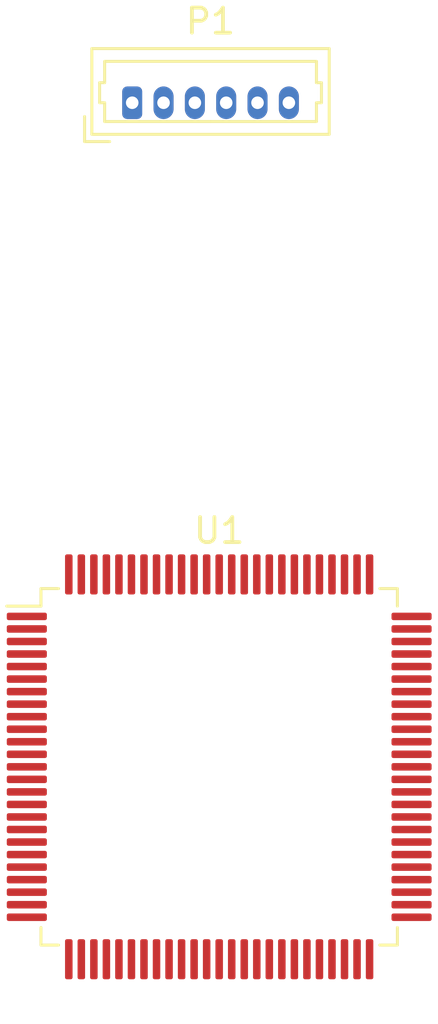
<source format=kicad_pcb>
(kicad_pcb (version 20211014) (generator pcbnew)
  (layers (0 "F.Cu" signal) (31 "B.Cu" signal) (34 "B.Paste" user) (35 "F.Paste" user) (36 "B.SilkS" user "B.Silkscreen") (37 "F.SilkS" user "F.Silkscreen") (38 "B.Mask" user) (39 "F.Mask" user) (44 "Edge.Cuts" user))
  (net 0 "")
  (net 1 "/NRST")
  (net 2 "/SWO")
  (net 3 "/SWDIO")
  (net 4 "/SWCLK")
  (net 5 "GND")
  (net 6 "VDD")
  (footprint "Connector_Molex:Molex_PicoBlade_53047-0610_1x06_P1.25mm_Vertical" (layer "F.Cu") (at 142.24 81.28)
    (fp_text reference "P1" (at 3.12 -3.25) (layer "F.SilkS"))
    (fp_text value "Conn_01x06")
    (fp_line (start 7.86 -2.16) (end -1.61 -2.16) (layer "F.SilkS") (width 0.12))
    (fp_line (start 7.35 0) (end 7.55 0) (layer "F.SilkS") (width 0.12))
    (fp_line (start 7.35 0.75) (end 7.35 0) (layer "F.SilkS") (width 0.12))
    (fp_line (start -1.9 1.55) (end -1.9 0.55) (layer "F.SilkS") (width 0.12))
    (fp_line (start -1.1 -1.65) (end 3.125 -1.65) (layer "F.SilkS") (width 0.12))
    (fp_line (start -1.61 1.26) (end 7.86 1.26) (layer "F.SilkS") (width 0.12))
    (fp_line (start 7.55 -0.8) (end 7.35 -0.8) (layer "F.SilkS") (width 0.12))
    (fp_line (start 7.35 -1.65) (end 3.125 -1.65) (layer "F.SilkS") (width 0.12))
    (fp_line (start 7.35 -0.8) (end 7.35 -1.65) (layer "F.SilkS") (width 0.12))
    (fp_line (start 3.125 0.75) (end -1.1 0.75) (layer "F.SilkS") (width 0.12))
    (fp_line (start -1.61 -2.16) (end -1.61 1.26) (layer "F.SilkS") (width 0.12))
    (fp_line (start 7.86 1.26) (end 7.86 -2.16) (layer "F.SilkS") (width 0.12))
    (fp_line (start -1.3 0) (end -1.3 -0.8) (layer "F.SilkS") (width 0.12))
    (fp_line (start -1.3 -0.8) (end -1.1 -0.8) (layer "F.SilkS") (width 0.12))
    (fp_line (start -1.1 -0.8) (end -1.1 -1.65) (layer "F.SilkS") (width 0.12))
    (fp_line (start -1.9 1.55) (end -0.9 1.55) (layer "F.SilkS") (width 0.12))
    (fp_line (start 7.55 0) (end 7.55 -0.8) (layer "F.SilkS") (width 0.12))
    (fp_line (start -1.1 0) (end -1.3 0) (layer "F.SilkS") (width 0.12))
    (fp_line (start -1.1 0.75) (end -1.1 0) (layer "F.SilkS") (width 0.12))
    (fp_line (start 3.125 0.75) (end 7.35 0.75) (layer "F.SilkS") (width 0.12))
    (pad "1" thru_hole roundrect (at 0 0) (size 0.8 1.3) (drill 0.5) (layers *.Cu *.Mask) (net 1 "/NRST"))
    (pad "2" thru_hole oval (at 1.25 0) (size 0.8 1.3) (drill 0.5) (layers *.Cu *.Mask) (net 2 "/SWO"))
    (pad "3" thru_hole oval (at 2.5 0) (size 0.8 1.3) (drill 0.5) (layers *.Cu *.Mask) (net 3 "/SWDIO"))
    (pad "4" thru_hole oval (at 3.75 0) (size 0.8 1.3) (drill 0.5) (layers *.Cu *.Mask) (net 4 "/SWCLK"))
    (pad "5" thru_hole oval (at 5 0) (size 0.8 1.3) (drill 0.5) (layers *.Cu *.Mask) (net 5 "GND"))
    (pad "6" thru_hole oval (at 6.25 0) (size 0.8 1.3) (drill 0.5) (layers *.Cu *.Mask) (net 6 "VDD"))
  )
  (footprint "Package_QFP:LQFP-100_14x14mm_P0.5mm" (layer "F.Cu") (at 145.71 107.77)
    (fp_text reference "U1" (at 0 -9.42) (layer "F.SilkS"))
    (fp_text value "STM32F756VGTx")
    (fp_line (start 6.41 -7.11) (end 7.11 -7.11) (layer "F.SilkS") (width 0.12))
    (fp_line (start -6.41 7.11) (end -7.11 7.11) (layer "F.SilkS") (width 0.12))
    (fp_line (start -7.11 -6.41) (end -8.475 -6.41) (layer "F.SilkS") (width 0.12))
    (fp_line (start -6.41 -7.11) (end -7.11 -7.11) (layer "F.SilkS") (width 0.12))
    (fp_line (start 7.11 -7.11) (end 7.11 -6.41) (layer "F.SilkS") (width 0.12))
    (fp_line (start -7.11 -7.11) (end -7.11 -6.41) (layer "F.SilkS") (width 0.12))
    (fp_line (start 7.11 7.11) (end 7.11 6.41) (layer "F.SilkS") (width 0.12))
    (fp_line (start 6.41 7.11) (end 7.11 7.11) (layer "F.SilkS") (width 0.12))
    (fp_line (start -7.11 7.11) (end -7.11 6.41) (layer "F.SilkS") (width 0.12))
    (pad "1" smd roundrect (at -7.675 -6) (size 1.6 0.3) (layers "F.Cu" "F.Paste" "F.Mask"))
    (pad "2" smd roundrect (at -7.675 -5.5) (size 1.6 0.3) (layers "F.Cu" "F.Paste" "F.Mask"))
    (pad "3" smd roundrect (at -7.675 -5) (size 1.6 0.3) (layers "F.Cu" "F.Paste" "F.Mask"))
    (pad "4" smd roundrect (at -7.675 -4.5) (size 1.6 0.3) (layers "F.Cu" "F.Paste" "F.Mask"))
    (pad "5" smd roundrect (at -7.675 -4) (size 1.6 0.3) (layers "F.Cu" "F.Paste" "F.Mask"))
    (pad "6" smd roundrect (at -7.675 -3.5) (size 1.6 0.3) (layers "F.Cu" "F.Paste" "F.Mask"))
    (pad "7" smd roundrect (at -7.675 -3) (size 1.6 0.3) (layers "F.Cu" "F.Paste" "F.Mask"))
    (pad "8" smd roundrect (at -7.675 -2.5) (size 1.6 0.3) (layers "F.Cu" "F.Paste" "F.Mask"))
    (pad "9" smd roundrect (at -7.675 -2) (size 1.6 0.3) (layers "F.Cu" "F.Paste" "F.Mask"))
    (pad "10" smd roundrect (at -7.675 -1.5) (size 1.6 0.3) (layers "F.Cu" "F.Paste" "F.Mask") (net 5 "GND"))
    (pad "11" smd roundrect (at -7.675 -1) (size 1.6 0.3) (layers "F.Cu" "F.Paste" "F.Mask") (net 6 "VDD"))
    (pad "12" smd roundrect (at -7.675 -0.5) (size 1.6 0.3) (layers "F.Cu" "F.Paste" "F.Mask"))
    (pad "13" smd roundrect (at -7.675 0) (size 1.6 0.3) (layers "F.Cu" "F.Paste" "F.Mask"))
    (pad "14" smd roundrect (at -7.675 0.5) (size 1.6 0.3) (layers "F.Cu" "F.Paste" "F.Mask") (net 1 "/NRST"))
    (pad "15" smd roundrect (at -7.675 1) (size 1.6 0.3) (layers "F.Cu" "F.Paste" "F.Mask"))
    (pad "16" smd roundrect (at -7.675 1.5) (size 1.6 0.3) (layers "F.Cu" "F.Paste" "F.Mask"))
    (pad "17" smd roundrect (at -7.675 2) (size 1.6 0.3) (layers "F.Cu" "F.Paste" "F.Mask"))
    (pad "18" smd roundrect (at -7.675 2.5) (size 1.6 0.3) (layers "F.Cu" "F.Paste" "F.Mask"))
    (pad "19" smd roundrect (at -7.675 3) (size 1.6 0.3) (layers "F.Cu" "F.Paste" "F.Mask"))
    (pad "20" smd roundrect (at -7.675 3.5) (size 1.6 0.3) (layers "F.Cu" "F.Paste" "F.Mask"))
    (pad "21" smd roundrect (at -7.675 4) (size 1.6 0.3) (layers "F.Cu" "F.Paste" "F.Mask"))
    (pad "22" smd roundrect (at -7.675 4.5) (size 1.6 0.3) (layers "F.Cu" "F.Paste" "F.Mask"))
    (pad "23" smd roundrect (at -7.675 5) (size 1.6 0.3) (layers "F.Cu" "F.Paste" "F.Mask"))
    (pad "24" smd roundrect (at -7.675 5.5) (size 1.6 0.3) (layers "F.Cu" "F.Paste" "F.Mask"))
    (pad "25" smd roundrect (at -7.675 6) (size 1.6 0.3) (layers "F.Cu" "F.Paste" "F.Mask"))
    (pad "26" smd roundrect (at -6 7.675) (size 0.3 1.6) (layers "F.Cu" "F.Paste" "F.Mask"))
    (pad "27" smd roundrect (at -5.5 7.675) (size 0.3 1.6) (layers "F.Cu" "F.Paste" "F.Mask"))
    (pad "28" smd roundrect (at -5 7.675) (size 0.3 1.6) (layers "F.Cu" "F.Paste" "F.Mask"))
    (pad "29" smd roundrect (at -4.5 7.675) (size 0.3 1.6) (layers "F.Cu" "F.Paste" "F.Mask"))
    (pad "30" smd roundrect (at -4 7.675) (size 0.3 1.6) (layers "F.Cu" "F.Paste" "F.Mask"))
    (pad "31" smd roundrect (at -3.5 7.675) (size 0.3 1.6) (layers "F.Cu" "F.Paste" "F.Mask"))
    (pad "32" smd roundrect (at -3 7.675) (size 0.3 1.6) (layers "F.Cu" "F.Paste" "F.Mask"))
    (pad "33" smd roundrect (at -2.5 7.675) (size 0.3 1.6) (layers "F.Cu" "F.Paste" "F.Mask"))
    (pad "34" smd roundrect (at -2 7.675) (size 0.3 1.6) (layers "F.Cu" "F.Paste" "F.Mask"))
    (pad "35" smd roundrect (at -1.5 7.675) (size 0.3 1.6) (layers "F.Cu" "F.Paste" "F.Mask"))
    (pad "36" smd roundrect (at -1 7.675) (size 0.3 1.6) (layers "F.Cu" "F.Paste" "F.Mask"))
    (pad "37" smd roundrect (at -0.5 7.675) (size 0.3 1.6) (layers "F.Cu" "F.Paste" "F.Mask"))
    (pad "38" smd roundrect (at 0 7.675) (size 0.3 1.6) (layers "F.Cu" "F.Paste" "F.Mask"))
    (pad "39" smd roundrect (at 0.5 7.675) (size 0.3 1.6) (layers "F.Cu" "F.Paste" "F.Mask"))
    (pad "40" smd roundrect (at 1 7.675) (size 0.3 1.6) (layers "F.Cu" "F.Paste" "F.Mask"))
    (pad "41" smd roundrect (at 1.5 7.675) (size 0.3 1.6) (layers "F.Cu" "F.Paste" "F.Mask"))
    (pad "42" smd roundrect (at 2 7.675) (size 0.3 1.6) (layers "F.Cu" "F.Paste" "F.Mask"))
    (pad "43" smd roundrect (at 2.5 7.675) (size 0.3 1.6) (layers "F.Cu" "F.Paste" "F.Mask"))
    (pad "44" smd roundrect (at 3 7.675) (size 0.3 1.6) (layers "F.Cu" "F.Paste" "F.Mask"))
    (pad "45" smd roundrect (at 3.5 7.675) (size 0.3 1.6) (layers "F.Cu" "F.Paste" "F.Mask"))
    (pad "46" smd roundrect (at 4 7.675) (size 0.3 1.6) (layers "F.Cu" "F.Paste" "F.Mask"))
    (pad "47" smd roundrect (at 4.5 7.675) (size 0.3 1.6) (layers "F.Cu" "F.Paste" "F.Mask"))
    (pad "48" smd roundrect (at 5 7.675) (size 0.3 1.6) (layers "F.Cu" "F.Paste" "F.Mask"))
    (pad "49" smd roundrect (at 5.5 7.675) (size 0.3 1.6) (layers "F.Cu" "F.Paste" "F.Mask"))
    (pad "50" smd roundrect (at 6 7.675) (size 0.3 1.6) (layers "F.Cu" "F.Paste" "F.Mask"))
    (pad "51" smd roundrect (at 7.675 6) (size 1.6 0.3) (layers "F.Cu" "F.Paste" "F.Mask"))
    (pad "52" smd roundrect (at 7.675 5.5) (size 1.6 0.3) (layers "F.Cu" "F.Paste" "F.Mask"))
    (pad "53" smd roundrect (at 7.675 5) (size 1.6 0.3) (layers "F.Cu" "F.Paste" "F.Mask"))
    (pad "54" smd roundrect (at 7.675 4.5) (size 1.6 0.3) (layers "F.Cu" "F.Paste" "F.Mask"))
    (pad "55" smd roundrect (at 7.675 4) (size 1.6 0.3) (layers "F.Cu" "F.Paste" "F.Mask"))
    (pad "56" smd roundrect (at 7.675 3.5) (size 1.6 0.3) (layers "F.Cu" "F.Paste" "F.Mask"))
    (pad "57" smd roundrect (at 7.675 3) (size 1.6 0.3) (layers "F.Cu" "F.Paste" "F.Mask"))
    (pad "58" smd roundrect (at 7.675 2.5) (size 1.6 0.3) (layers "F.Cu" "F.Paste" "F.Mask"))
    (pad "59" smd roundrect (at 7.675 2) (size 1.6 0.3) (layers "F.Cu" "F.Paste" "F.Mask"))
    (pad "60" smd roundrect (at 7.675 1.5) (size 1.6 0.3) (layers "F.Cu" "F.Paste" "F.Mask"))
    (pad "61" smd roundrect (at 7.675 1) (size 1.6 0.3) (layers "F.Cu" "F.Paste" "F.Mask"))
    (pad "62" smd roundrect (at 7.675 0.5) (size 1.6 0.3) (layers "F.Cu" "F.Paste" "F.Mask"))
    (pad "63" smd roundrect (at 7.675 0) (size 1.6 0.3) (layers "F.Cu" "F.Paste" "F.Mask"))
    (pad "64" smd roundrect (at 7.675 -0.5) (size 1.6 0.3) (layers "F.Cu" "F.Paste" "F.Mask"))
    (pad "65" smd roundrect (at 7.675 -1) (size 1.6 0.3) (layers "F.Cu" "F.Paste" "F.Mask"))
    (pad "66" smd roundrect (at 7.675 -1.5) (size 1.6 0.3) (layers "F.Cu" "F.Paste" "F.Mask"))
    (pad "67" smd roundrect (at 7.675 -2) (size 1.6 0.3) (layers "F.Cu" "F.Paste" "F.Mask"))
    (pad "68" smd roundrect (at 7.675 -2.5) (size 1.6 0.3) (layers "F.Cu" "F.Paste" "F.Mask"))
    (pad "69" smd roundrect (at 7.675 -3) (size 1.6 0.3) (layers "F.Cu" "F.Paste" "F.Mask"))
    (pad "70" smd roundrect (at 7.675 -3.5) (size 1.6 0.3) (layers "F.Cu" "F.Paste" "F.Mask"))
    (pad "71" smd roundrect (at 7.675 -4) (size 1.6 0.3) (layers "F.Cu" "F.Paste" "F.Mask"))
    (pad "72" smd roundrect (at 7.675 -4.5) (size 1.6 0.3) (layers "F.Cu" "F.Paste" "F.Mask") (net 3 "/SWDIO"))
    (pad "73" smd roundrect (at 7.675 -5) (size 1.6 0.3) (layers "F.Cu" "F.Paste" "F.Mask"))
    (pad "74" smd roundrect (at 7.675 -5.5) (size 1.6 0.3) (layers "F.Cu" "F.Paste" "F.Mask"))
    (pad "75" smd roundrect (at 7.675 -6) (size 1.6 0.3) (layers "F.Cu" "F.Paste" "F.Mask"))
    (pad "76" smd roundrect (at 6 -7.675) (size 0.3 1.6) (layers "F.Cu" "F.Paste" "F.Mask") (net 4 "/SWCLK"))
    (pad "77" smd roundrect (at 5.5 -7.675) (size 0.3 1.6) (layers "F.Cu" "F.Paste" "F.Mask"))
    (pad "78" smd roundrect (at 5 -7.675) (size 0.3 1.6) (layers "F.Cu" "F.Paste" "F.Mask"))
    (pad "79" smd roundrect (at 4.5 -7.675) (size 0.3 1.6) (layers "F.Cu" "F.Paste" "F.Mask"))
    (pad "80" smd roundrect (at 4 -7.675) (size 0.3 1.6) (layers "F.Cu" "F.Paste" "F.Mask"))
    (pad "81" smd roundrect (at 3.5 -7.675) (size 0.3 1.6) (layers "F.Cu" "F.Paste" "F.Mask"))
    (pad "82" smd roundrect (at 3 -7.675) (size 0.3 1.6) (layers "F.Cu" "F.Paste" "F.Mask"))
    (pad "83" smd roundrect (at 2.5 -7.675) (size 0.3 1.6) (layers "F.Cu" "F.Paste" "F.Mask"))
    (pad "84" smd roundrect (at 2 -7.675) (size 0.3 1.6) (layers "F.Cu" "F.Paste" "F.Mask"))
    (pad "85" smd roundrect (at 1.5 -7.675) (size 0.3 1.6) (layers "F.Cu" "F.Paste" "F.Mask"))
    (pad "86" smd roundrect (at 1 -7.675) (size 0.3 1.6) (layers "F.Cu" "F.Paste" "F.Mask"))
    (pad "87" smd roundrect (at 0.5 -7.675) (size 0.3 1.6) (layers "F.Cu" "F.Paste" "F.Mask"))
    (pad "88" smd roundrect (at 0 -7.675) (size 0.3 1.6) (layers "F.Cu" "F.Paste" "F.Mask"))
    (pad "89" smd roundrect (at -0.5 -7.675) (size 0.3 1.6) (layers "F.Cu" "F.Paste" "F.Mask") (net 2 "/SWO"))
    (pad "90" smd roundrect (at -1 -7.675) (size 0.3 1.6) (layers "F.Cu" "F.Paste" "F.Mask"))
    (pad "91" smd roundrect (at -1.5 -7.675) (size 0.3 1.6) (layers "F.Cu" "F.Paste" "F.Mask"))
    (pad "92" smd roundrect (at -2 -7.675) (size 0.3 1.6) (layers "F.Cu" "F.Paste" "F.Mask"))
    (pad "93" smd roundrect (at -2.5 -7.675) (size 0.3 1.6) (layers "F.Cu" "F.Paste" "F.Mask"))
    (pad "94" smd roundrect (at -3 -7.675) (size 0.3 1.6) (layers "F.Cu" "F.Paste" "F.Mask"))
    (pad "95" smd roundrect (at -3.5 -7.675) (size 0.3 1.6) (layers "F.Cu" "F.Paste" "F.Mask"))
    (pad "96" smd roundrect (at -4 -7.675) (size 0.3 1.6) (layers "F.Cu" "F.Paste" "F.Mask"))
    (pad "97" smd roundrect (at -4.5 -7.675) (size 0.3 1.6) (layers "F.Cu" "F.Paste" "F.Mask"))
    (pad "98" smd roundrect (at -5 -7.675) (size 0.3 1.6) (layers "F.Cu" "F.Paste" "F.Mask"))
    (pad "99" smd roundrect (at -5.5 -7.675) (size 0.3 1.6) (layers "F.Cu" "F.Paste" "F.Mask"))
    (pad "100" smd roundrect (at -6 -7.675) (size 0.3 1.6) (layers "F.Cu" "F.Paste" "F.Mask"))
  )
)
</source>
